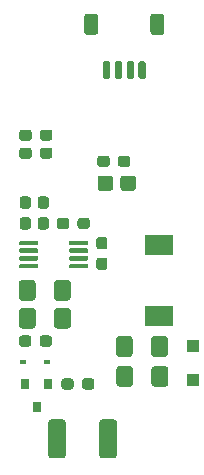
<source format=gbr>
%TF.GenerationSoftware,KiCad,Pcbnew,5.1.6-c6e7f7d~87~ubuntu18.04.1*%
%TF.CreationDate,2020-10-12T11:29:30-07:00*%
%TF.ProjectId,feather-power-supply-sw-smd-adj,66656174-6865-4722-9d70-6f7765722d73,rev?*%
%TF.SameCoordinates,Original*%
%TF.FileFunction,Paste,Top*%
%TF.FilePolarity,Positive*%
%FSLAX46Y46*%
G04 Gerber Fmt 4.6, Leading zero omitted, Abs format (unit mm)*
G04 Created by KiCad (PCBNEW 5.1.6-c6e7f7d~87~ubuntu18.04.1) date 2020-10-12 11:29:30*
%MOMM*%
%LPD*%
G01*
G04 APERTURE LIST*
%ADD10R,2.387600X1.803400*%
%ADD11R,0.600000X0.450000*%
%ADD12R,0.800000X0.900000*%
%ADD13R,1.100000X1.100000*%
G04 APERTURE END LIST*
D10*
%TO.C,L1*%
X143764000Y-86690200D03*
X143764000Y-80695800D03*
%TD*%
%TO.C,R7*%
G36*
G01*
X133700000Y-71636900D02*
X133700000Y-71161900D01*
G75*
G02*
X133937500Y-70924400I237500J0D01*
G01*
X134512500Y-70924400D01*
G75*
G02*
X134750000Y-71161900I0J-237500D01*
G01*
X134750000Y-71636900D01*
G75*
G02*
X134512500Y-71874400I-237500J0D01*
G01*
X133937500Y-71874400D01*
G75*
G02*
X133700000Y-71636900I0J237500D01*
G01*
G37*
G36*
G01*
X131950000Y-71636900D02*
X131950000Y-71161900D01*
G75*
G02*
X132187500Y-70924400I237500J0D01*
G01*
X132762500Y-70924400D01*
G75*
G02*
X133000000Y-71161900I0J-237500D01*
G01*
X133000000Y-71636900D01*
G75*
G02*
X132762500Y-71874400I-237500J0D01*
G01*
X132187500Y-71874400D01*
G75*
G02*
X131950000Y-71636900I0J237500D01*
G01*
G37*
%TD*%
%TO.C,C4*%
G36*
G01*
X136875000Y-79104500D02*
X136875000Y-78629500D01*
G75*
G02*
X137112500Y-78392000I237500J0D01*
G01*
X137687500Y-78392000D01*
G75*
G02*
X137925000Y-78629500I0J-237500D01*
G01*
X137925000Y-79104500D01*
G75*
G02*
X137687500Y-79342000I-237500J0D01*
G01*
X137112500Y-79342000D01*
G75*
G02*
X136875000Y-79104500I0J237500D01*
G01*
G37*
G36*
G01*
X135125000Y-79104500D02*
X135125000Y-78629500D01*
G75*
G02*
X135362500Y-78392000I237500J0D01*
G01*
X135937500Y-78392000D01*
G75*
G02*
X136175000Y-78629500I0J-237500D01*
G01*
X136175000Y-79104500D01*
G75*
G02*
X135937500Y-79342000I-237500J0D01*
G01*
X135362500Y-79342000D01*
G75*
G02*
X135125000Y-79104500I0J237500D01*
G01*
G37*
%TD*%
%TO.C,U1*%
G36*
G01*
X136167400Y-80625200D02*
X136167400Y-80425200D01*
G75*
G02*
X136267400Y-80325200I100000J0D01*
G01*
X137692400Y-80325200D01*
G75*
G02*
X137792400Y-80425200I0J-100000D01*
G01*
X137792400Y-80625200D01*
G75*
G02*
X137692400Y-80725200I-100000J0D01*
G01*
X136267400Y-80725200D01*
G75*
G02*
X136167400Y-80625200I0J100000D01*
G01*
G37*
G36*
G01*
X136167400Y-81275200D02*
X136167400Y-81075200D01*
G75*
G02*
X136267400Y-80975200I100000J0D01*
G01*
X137692400Y-80975200D01*
G75*
G02*
X137792400Y-81075200I0J-100000D01*
G01*
X137792400Y-81275200D01*
G75*
G02*
X137692400Y-81375200I-100000J0D01*
G01*
X136267400Y-81375200D01*
G75*
G02*
X136167400Y-81275200I0J100000D01*
G01*
G37*
G36*
G01*
X136167400Y-81925200D02*
X136167400Y-81725200D01*
G75*
G02*
X136267400Y-81625200I100000J0D01*
G01*
X137692400Y-81625200D01*
G75*
G02*
X137792400Y-81725200I0J-100000D01*
G01*
X137792400Y-81925200D01*
G75*
G02*
X137692400Y-82025200I-100000J0D01*
G01*
X136267400Y-82025200D01*
G75*
G02*
X136167400Y-81925200I0J100000D01*
G01*
G37*
G36*
G01*
X136167400Y-82575200D02*
X136167400Y-82375200D01*
G75*
G02*
X136267400Y-82275200I100000J0D01*
G01*
X137692400Y-82275200D01*
G75*
G02*
X137792400Y-82375200I0J-100000D01*
G01*
X137792400Y-82575200D01*
G75*
G02*
X137692400Y-82675200I-100000J0D01*
G01*
X136267400Y-82675200D01*
G75*
G02*
X136167400Y-82575200I0J100000D01*
G01*
G37*
G36*
G01*
X131942400Y-82575200D02*
X131942400Y-82375200D01*
G75*
G02*
X132042400Y-82275200I100000J0D01*
G01*
X133467400Y-82275200D01*
G75*
G02*
X133567400Y-82375200I0J-100000D01*
G01*
X133567400Y-82575200D01*
G75*
G02*
X133467400Y-82675200I-100000J0D01*
G01*
X132042400Y-82675200D01*
G75*
G02*
X131942400Y-82575200I0J100000D01*
G01*
G37*
G36*
G01*
X131942400Y-81925200D02*
X131942400Y-81725200D01*
G75*
G02*
X132042400Y-81625200I100000J0D01*
G01*
X133467400Y-81625200D01*
G75*
G02*
X133567400Y-81725200I0J-100000D01*
G01*
X133567400Y-81925200D01*
G75*
G02*
X133467400Y-82025200I-100000J0D01*
G01*
X132042400Y-82025200D01*
G75*
G02*
X131942400Y-81925200I0J100000D01*
G01*
G37*
G36*
G01*
X131942400Y-81275200D02*
X131942400Y-81075200D01*
G75*
G02*
X132042400Y-80975200I100000J0D01*
G01*
X133467400Y-80975200D01*
G75*
G02*
X133567400Y-81075200I0J-100000D01*
G01*
X133567400Y-81275200D01*
G75*
G02*
X133467400Y-81375200I-100000J0D01*
G01*
X132042400Y-81375200D01*
G75*
G02*
X131942400Y-81275200I0J100000D01*
G01*
G37*
G36*
G01*
X131942400Y-80625200D02*
X131942400Y-80425200D01*
G75*
G02*
X132042400Y-80325200I100000J0D01*
G01*
X133467400Y-80325200D01*
G75*
G02*
X133567400Y-80425200I0J-100000D01*
G01*
X133567400Y-80625200D01*
G75*
G02*
X133467400Y-80725200I-100000J0D01*
G01*
X132042400Y-80725200D01*
G75*
G02*
X131942400Y-80625200I0J100000D01*
G01*
G37*
%TD*%
%TO.C,R4*%
G36*
G01*
X137256000Y-92693500D02*
X137256000Y-92218500D01*
G75*
G02*
X137493500Y-91981000I237500J0D01*
G01*
X138068500Y-91981000D01*
G75*
G02*
X138306000Y-92218500I0J-237500D01*
G01*
X138306000Y-92693500D01*
G75*
G02*
X138068500Y-92931000I-237500J0D01*
G01*
X137493500Y-92931000D01*
G75*
G02*
X137256000Y-92693500I0J237500D01*
G01*
G37*
G36*
G01*
X135506000Y-92693500D02*
X135506000Y-92218500D01*
G75*
G02*
X135743500Y-91981000I237500J0D01*
G01*
X136318500Y-91981000D01*
G75*
G02*
X136556000Y-92218500I0J-237500D01*
G01*
X136556000Y-92693500D01*
G75*
G02*
X136318500Y-92931000I-237500J0D01*
G01*
X135743500Y-92931000D01*
G75*
G02*
X135506000Y-92693500I0J237500D01*
G01*
G37*
%TD*%
%TO.C,R1*%
G36*
G01*
X133674600Y-89061300D02*
X133674600Y-88586300D01*
G75*
G02*
X133912100Y-88348800I237500J0D01*
G01*
X134487100Y-88348800D01*
G75*
G02*
X134724600Y-88586300I0J-237500D01*
G01*
X134724600Y-89061300D01*
G75*
G02*
X134487100Y-89298800I-237500J0D01*
G01*
X133912100Y-89298800D01*
G75*
G02*
X133674600Y-89061300I0J237500D01*
G01*
G37*
G36*
G01*
X131924600Y-89061300D02*
X131924600Y-88586300D01*
G75*
G02*
X132162100Y-88348800I237500J0D01*
G01*
X132737100Y-88348800D01*
G75*
G02*
X132974600Y-88586300I0J-237500D01*
G01*
X132974600Y-89061300D01*
G75*
G02*
X132737100Y-89298800I-237500J0D01*
G01*
X132162100Y-89298800D01*
G75*
G02*
X131924600Y-89061300I0J237500D01*
G01*
G37*
%TD*%
D11*
%TO.C,D2*%
X134323800Y-90601800D03*
X132223800Y-90601800D03*
%TD*%
%TO.C,C6*%
G36*
G01*
X141592000Y-91196000D02*
X141592000Y-92446000D01*
G75*
G02*
X141342000Y-92696000I-250000J0D01*
G01*
X140417000Y-92696000D01*
G75*
G02*
X140167000Y-92446000I0J250000D01*
G01*
X140167000Y-91196000D01*
G75*
G02*
X140417000Y-90946000I250000J0D01*
G01*
X141342000Y-90946000D01*
G75*
G02*
X141592000Y-91196000I0J-250000D01*
G01*
G37*
G36*
G01*
X144567000Y-91196000D02*
X144567000Y-92446000D01*
G75*
G02*
X144317000Y-92696000I-250000J0D01*
G01*
X143392000Y-92696000D01*
G75*
G02*
X143142000Y-92446000I0J250000D01*
G01*
X143142000Y-91196000D01*
G75*
G02*
X143392000Y-90946000I250000J0D01*
G01*
X144317000Y-90946000D01*
G75*
G02*
X144567000Y-91196000I0J-250000D01*
G01*
G37*
%TD*%
%TO.C,C5*%
G36*
G01*
X141555500Y-88656000D02*
X141555500Y-89906000D01*
G75*
G02*
X141305500Y-90156000I-250000J0D01*
G01*
X140380500Y-90156000D01*
G75*
G02*
X140130500Y-89906000I0J250000D01*
G01*
X140130500Y-88656000D01*
G75*
G02*
X140380500Y-88406000I250000J0D01*
G01*
X141305500Y-88406000D01*
G75*
G02*
X141555500Y-88656000I0J-250000D01*
G01*
G37*
G36*
G01*
X144530500Y-88656000D02*
X144530500Y-89906000D01*
G75*
G02*
X144280500Y-90156000I-250000J0D01*
G01*
X143355500Y-90156000D01*
G75*
G02*
X143105500Y-89906000I0J250000D01*
G01*
X143105500Y-88656000D01*
G75*
G02*
X143355500Y-88406000I250000J0D01*
G01*
X144280500Y-88406000D01*
G75*
G02*
X144530500Y-88656000I0J-250000D01*
G01*
G37*
%TD*%
%TO.C,C3*%
G36*
G01*
X134898100Y-87518400D02*
X134898100Y-86268400D01*
G75*
G02*
X135148100Y-86018400I250000J0D01*
G01*
X136073100Y-86018400D01*
G75*
G02*
X136323100Y-86268400I0J-250000D01*
G01*
X136323100Y-87518400D01*
G75*
G02*
X136073100Y-87768400I-250000J0D01*
G01*
X135148100Y-87768400D01*
G75*
G02*
X134898100Y-87518400I0J250000D01*
G01*
G37*
G36*
G01*
X131923100Y-87518400D02*
X131923100Y-86268400D01*
G75*
G02*
X132173100Y-86018400I250000J0D01*
G01*
X133098100Y-86018400D01*
G75*
G02*
X133348100Y-86268400I0J-250000D01*
G01*
X133348100Y-87518400D01*
G75*
G02*
X133098100Y-87768400I-250000J0D01*
G01*
X132173100Y-87768400D01*
G75*
G02*
X131923100Y-87518400I0J250000D01*
G01*
G37*
%TD*%
%TO.C,C2*%
G36*
G01*
X134887000Y-85156200D02*
X134887000Y-83906200D01*
G75*
G02*
X135137000Y-83656200I250000J0D01*
G01*
X136062000Y-83656200D01*
G75*
G02*
X136312000Y-83906200I0J-250000D01*
G01*
X136312000Y-85156200D01*
G75*
G02*
X136062000Y-85406200I-250000J0D01*
G01*
X135137000Y-85406200D01*
G75*
G02*
X134887000Y-85156200I0J250000D01*
G01*
G37*
G36*
G01*
X131912000Y-85156200D02*
X131912000Y-83906200D01*
G75*
G02*
X132162000Y-83656200I250000J0D01*
G01*
X133087000Y-83656200D01*
G75*
G02*
X133337000Y-83906200I0J-250000D01*
G01*
X133337000Y-85156200D01*
G75*
G02*
X133087000Y-85406200I-250000J0D01*
G01*
X132162000Y-85406200D01*
G75*
G02*
X131912000Y-85156200I0J250000D01*
G01*
G37*
%TD*%
%TO.C,J3*%
G36*
G01*
X138643000Y-61355999D02*
X138643000Y-62656001D01*
G75*
G02*
X138393001Y-62906000I-249999J0D01*
G01*
X137692999Y-62906000D01*
G75*
G02*
X137443000Y-62656001I0J249999D01*
G01*
X137443000Y-61355999D01*
G75*
G02*
X137692999Y-61106000I249999J0D01*
G01*
X138393001Y-61106000D01*
G75*
G02*
X138643000Y-61355999I0J-249999D01*
G01*
G37*
G36*
G01*
X144243000Y-61355999D02*
X144243000Y-62656001D01*
G75*
G02*
X143993001Y-62906000I-249999J0D01*
G01*
X143292999Y-62906000D01*
G75*
G02*
X143043000Y-62656001I0J249999D01*
G01*
X143043000Y-61355999D01*
G75*
G02*
X143292999Y-61106000I249999J0D01*
G01*
X143993001Y-61106000D01*
G75*
G02*
X144243000Y-61355999I0J-249999D01*
G01*
G37*
G36*
G01*
X139643000Y-65256000D02*
X139643000Y-66506000D01*
G75*
G02*
X139493000Y-66656000I-150000J0D01*
G01*
X139193000Y-66656000D01*
G75*
G02*
X139043000Y-66506000I0J150000D01*
G01*
X139043000Y-65256000D01*
G75*
G02*
X139193000Y-65106000I150000J0D01*
G01*
X139493000Y-65106000D01*
G75*
G02*
X139643000Y-65256000I0J-150000D01*
G01*
G37*
G36*
G01*
X140643000Y-65256000D02*
X140643000Y-66506000D01*
G75*
G02*
X140493000Y-66656000I-150000J0D01*
G01*
X140193000Y-66656000D01*
G75*
G02*
X140043000Y-66506000I0J150000D01*
G01*
X140043000Y-65256000D01*
G75*
G02*
X140193000Y-65106000I150000J0D01*
G01*
X140493000Y-65106000D01*
G75*
G02*
X140643000Y-65256000I0J-150000D01*
G01*
G37*
G36*
G01*
X141643000Y-65256000D02*
X141643000Y-66506000D01*
G75*
G02*
X141493000Y-66656000I-150000J0D01*
G01*
X141193000Y-66656000D01*
G75*
G02*
X141043000Y-66506000I0J150000D01*
G01*
X141043000Y-65256000D01*
G75*
G02*
X141193000Y-65106000I150000J0D01*
G01*
X141493000Y-65106000D01*
G75*
G02*
X141643000Y-65256000I0J-150000D01*
G01*
G37*
G36*
G01*
X142643000Y-65256000D02*
X142643000Y-66506000D01*
G75*
G02*
X142493000Y-66656000I-150000J0D01*
G01*
X142193000Y-66656000D01*
G75*
G02*
X142043000Y-66506000I0J150000D01*
G01*
X142043000Y-65256000D01*
G75*
G02*
X142193000Y-65106000I150000J0D01*
G01*
X142493000Y-65106000D01*
G75*
G02*
X142643000Y-65256000I0J-150000D01*
G01*
G37*
%TD*%
D12*
%TO.C,Q1*%
X133426200Y-94421200D03*
X132476200Y-92421200D03*
X134376200Y-92421200D03*
%TD*%
%TO.C,R2*%
G36*
G01*
X139604000Y-73371700D02*
X139604000Y-73846700D01*
G75*
G02*
X139366500Y-74084200I-237500J0D01*
G01*
X138791500Y-74084200D01*
G75*
G02*
X138554000Y-73846700I0J237500D01*
G01*
X138554000Y-73371700D01*
G75*
G02*
X138791500Y-73134200I237500J0D01*
G01*
X139366500Y-73134200D01*
G75*
G02*
X139604000Y-73371700I0J-237500D01*
G01*
G37*
G36*
G01*
X141354000Y-73371700D02*
X141354000Y-73846700D01*
G75*
G02*
X141116500Y-74084200I-237500J0D01*
G01*
X140541500Y-74084200D01*
G75*
G02*
X140304000Y-73846700I0J237500D01*
G01*
X140304000Y-73371700D01*
G75*
G02*
X140541500Y-73134200I237500J0D01*
G01*
X141116500Y-73134200D01*
G75*
G02*
X141354000Y-73371700I0J-237500D01*
G01*
G37*
%TD*%
%TO.C,D3*%
G36*
G01*
X139908000Y-75063400D02*
X139908000Y-75863400D01*
G75*
G02*
X139658000Y-76113400I-250000J0D01*
G01*
X138833000Y-76113400D01*
G75*
G02*
X138583000Y-75863400I0J250000D01*
G01*
X138583000Y-75063400D01*
G75*
G02*
X138833000Y-74813400I250000J0D01*
G01*
X139658000Y-74813400D01*
G75*
G02*
X139908000Y-75063400I0J-250000D01*
G01*
G37*
G36*
G01*
X141833000Y-75063400D02*
X141833000Y-75863400D01*
G75*
G02*
X141583000Y-76113400I-250000J0D01*
G01*
X140758000Y-76113400D01*
G75*
G02*
X140508000Y-75863400I0J250000D01*
G01*
X140508000Y-75063400D01*
G75*
G02*
X140758000Y-74813400I250000J0D01*
G01*
X141583000Y-74813400D01*
G75*
G02*
X141833000Y-75063400I0J-250000D01*
G01*
G37*
%TD*%
%TO.C,F1*%
G36*
G01*
X135887400Y-95704200D02*
X135887400Y-98504200D01*
G75*
G02*
X135637400Y-98754200I-250000J0D01*
G01*
X134662400Y-98754200D01*
G75*
G02*
X134412400Y-98504200I0J250000D01*
G01*
X134412400Y-95704200D01*
G75*
G02*
X134662400Y-95454200I250000J0D01*
G01*
X135637400Y-95454200D01*
G75*
G02*
X135887400Y-95704200I0J-250000D01*
G01*
G37*
G36*
G01*
X140212400Y-95704200D02*
X140212400Y-98504200D01*
G75*
G02*
X139962400Y-98754200I-250000J0D01*
G01*
X138987400Y-98754200D01*
G75*
G02*
X138737400Y-98504200I0J250000D01*
G01*
X138737400Y-95704200D01*
G75*
G02*
X138987400Y-95454200I250000J0D01*
G01*
X139962400Y-95454200D01*
G75*
G02*
X140212400Y-95704200I0J-250000D01*
G01*
G37*
%TD*%
%TO.C,R5*%
G36*
G01*
X132698500Y-77628000D02*
X132223500Y-77628000D01*
G75*
G02*
X131986000Y-77390500I0J237500D01*
G01*
X131986000Y-76815500D01*
G75*
G02*
X132223500Y-76578000I237500J0D01*
G01*
X132698500Y-76578000D01*
G75*
G02*
X132936000Y-76815500I0J-237500D01*
G01*
X132936000Y-77390500D01*
G75*
G02*
X132698500Y-77628000I-237500J0D01*
G01*
G37*
G36*
G01*
X132698500Y-79378000D02*
X132223500Y-79378000D01*
G75*
G02*
X131986000Y-79140500I0J237500D01*
G01*
X131986000Y-78565500D01*
G75*
G02*
X132223500Y-78328000I237500J0D01*
G01*
X132698500Y-78328000D01*
G75*
G02*
X132936000Y-78565500I0J-237500D01*
G01*
X132936000Y-79140500D01*
G75*
G02*
X132698500Y-79378000I-237500J0D01*
G01*
G37*
%TD*%
D13*
%TO.C,D1*%
X146685000Y-92078000D03*
X146685000Y-89278000D03*
%TD*%
%TO.C,R3*%
G36*
G01*
X133747500Y-78328000D02*
X134222500Y-78328000D01*
G75*
G02*
X134460000Y-78565500I0J-237500D01*
G01*
X134460000Y-79140500D01*
G75*
G02*
X134222500Y-79378000I-237500J0D01*
G01*
X133747500Y-79378000D01*
G75*
G02*
X133510000Y-79140500I0J237500D01*
G01*
X133510000Y-78565500D01*
G75*
G02*
X133747500Y-78328000I237500J0D01*
G01*
G37*
G36*
G01*
X133747500Y-76578000D02*
X134222500Y-76578000D01*
G75*
G02*
X134460000Y-76815500I0J-237500D01*
G01*
X134460000Y-77390500D01*
G75*
G02*
X134222500Y-77628000I-237500J0D01*
G01*
X133747500Y-77628000D01*
G75*
G02*
X133510000Y-77390500I0J237500D01*
G01*
X133510000Y-76815500D01*
G75*
G02*
X133747500Y-76578000I237500J0D01*
G01*
G37*
%TD*%
%TO.C,C1*%
G36*
G01*
X138700500Y-81757000D02*
X139175500Y-81757000D01*
G75*
G02*
X139413000Y-81994500I0J-237500D01*
G01*
X139413000Y-82569500D01*
G75*
G02*
X139175500Y-82807000I-237500J0D01*
G01*
X138700500Y-82807000D01*
G75*
G02*
X138463000Y-82569500I0J237500D01*
G01*
X138463000Y-81994500D01*
G75*
G02*
X138700500Y-81757000I237500J0D01*
G01*
G37*
G36*
G01*
X138700500Y-80007000D02*
X139175500Y-80007000D01*
G75*
G02*
X139413000Y-80244500I0J-237500D01*
G01*
X139413000Y-80819500D01*
G75*
G02*
X139175500Y-81057000I-237500J0D01*
G01*
X138700500Y-81057000D01*
G75*
G02*
X138463000Y-80819500I0J237500D01*
G01*
X138463000Y-80244500D01*
G75*
G02*
X138700500Y-80007000I237500J0D01*
G01*
G37*
%TD*%
%TO.C,R6*%
G36*
G01*
X133700000Y-73160900D02*
X133700000Y-72685900D01*
G75*
G02*
X133937500Y-72448400I237500J0D01*
G01*
X134512500Y-72448400D01*
G75*
G02*
X134750000Y-72685900I0J-237500D01*
G01*
X134750000Y-73160900D01*
G75*
G02*
X134512500Y-73398400I-237500J0D01*
G01*
X133937500Y-73398400D01*
G75*
G02*
X133700000Y-73160900I0J237500D01*
G01*
G37*
G36*
G01*
X131950000Y-73160900D02*
X131950000Y-72685900D01*
G75*
G02*
X132187500Y-72448400I237500J0D01*
G01*
X132762500Y-72448400D01*
G75*
G02*
X133000000Y-72685900I0J-237500D01*
G01*
X133000000Y-73160900D01*
G75*
G02*
X132762500Y-73398400I-237500J0D01*
G01*
X132187500Y-73398400D01*
G75*
G02*
X131950000Y-73160900I0J237500D01*
G01*
G37*
%TD*%
M02*

</source>
